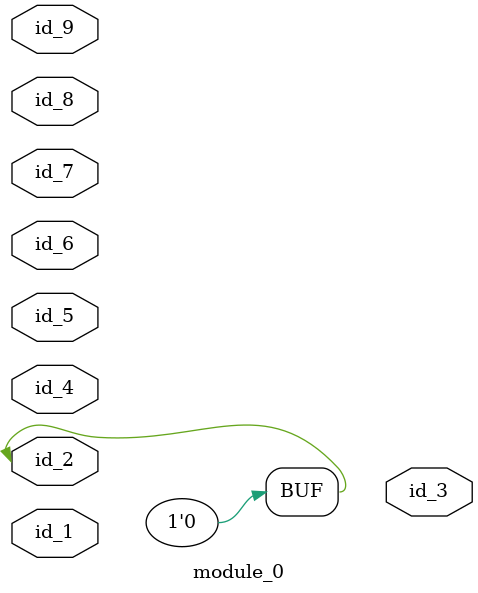
<source format=v>
module module_0 (
    id_1,
    id_2,
    id_3,
    id_4,
    id_5,
    id_6,
    id_7,
    id_8,
    id_9
);
  inout id_9;
  input id_8;
  input id_7;
  inout id_6;
  input id_5;
  inout id_4;
  output id_3;
  inout id_2;
  input id_1;
  assign id_2 = 1'd0;
endmodule

</source>
